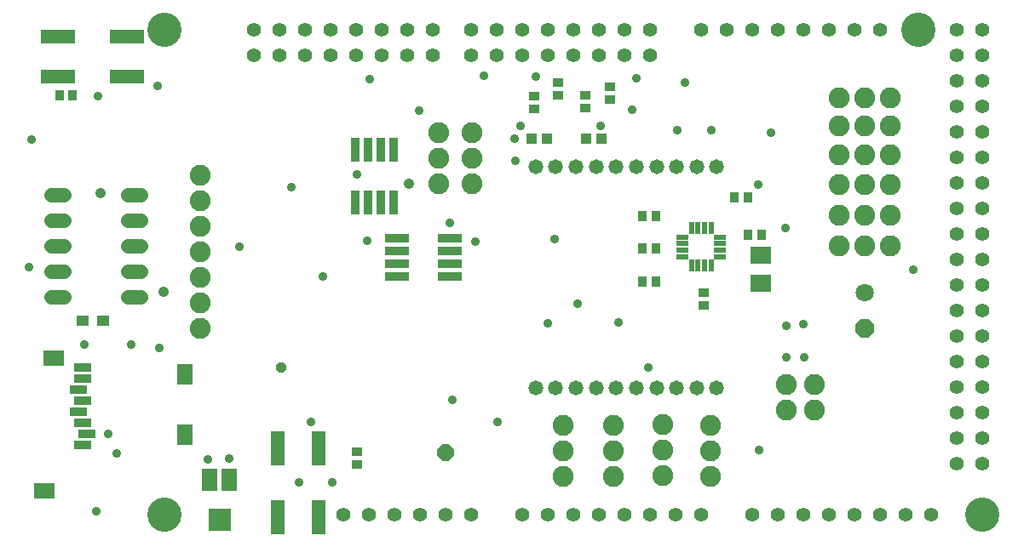
<source format=gts>
G75*
G70*
%OFA0B0*%
%FSLAX24Y24*%
%IPPOS*%
%LPD*%
%AMOC8*
5,1,8,0,0,1.08239X$1,22.5*
%
%ADD10R,0.0950X0.0320*%
%ADD11R,0.0320X0.0950*%
%ADD12C,0.0552*%
%ADD13C,0.1340*%
%ADD14C,0.0580*%
%ADD15R,0.0474X0.0237*%
%ADD16R,0.0237X0.0474*%
%ADD17R,0.0434X0.0356*%
%ADD18R,0.0789X0.0710*%
%ADD19R,0.0356X0.0434*%
%ADD20C,0.0820*%
%ADD21R,0.0828X0.0631*%
%ADD22R,0.0631X0.0789*%
%ADD23R,0.0671X0.0356*%
%ADD24C,0.0560*%
%ADD25R,0.0474X0.0395*%
%ADD26R,0.0867X0.0867*%
%ADD27R,0.0592X0.0867*%
%ADD28R,0.1340X0.0552*%
%ADD29R,0.0395X0.0395*%
%ADD30R,0.0552X0.1340*%
%ADD31OC8,0.0710*%
%ADD32C,0.0710*%
%ADD33C,0.0350*%
%ADD34OC8,0.0640*%
%ADD35OC8,0.0417*%
%ADD36C,0.0417*%
D10*
X015585Y010830D03*
X015585Y011330D03*
X015585Y011830D03*
X015585Y012330D03*
X017645Y012330D03*
X017645Y011830D03*
X017645Y011330D03*
X017645Y010830D03*
D11*
X015465Y013745D03*
X014965Y013745D03*
X014465Y013745D03*
X013965Y013745D03*
X013965Y015805D03*
X014465Y015805D03*
X014965Y015805D03*
X015465Y015805D03*
D12*
X015000Y019500D03*
X014000Y019500D03*
X013000Y019500D03*
X012000Y019500D03*
X011000Y019500D03*
X010000Y019500D03*
X010000Y020500D03*
X011000Y020500D03*
X012000Y020500D03*
X013000Y020500D03*
X014000Y020500D03*
X015000Y020500D03*
X016000Y020500D03*
X017000Y020500D03*
X017000Y019500D03*
X016000Y019500D03*
X018500Y019500D03*
X019500Y019500D03*
X020500Y019500D03*
X021500Y019500D03*
X022500Y019500D03*
X023500Y019500D03*
X024500Y019500D03*
X025500Y019500D03*
X025500Y020500D03*
X024500Y020500D03*
X023500Y020500D03*
X022500Y020500D03*
X021500Y020500D03*
X020500Y020500D03*
X019500Y020500D03*
X018500Y020500D03*
X027500Y020500D03*
X028500Y020500D03*
X029500Y020500D03*
X030500Y020500D03*
X031500Y020500D03*
X032500Y020500D03*
X033500Y020500D03*
X034500Y020500D03*
X037500Y020500D03*
X038500Y020500D03*
X038500Y019500D03*
X037500Y019500D03*
X037500Y018500D03*
X038500Y018500D03*
X038500Y017500D03*
X037500Y017500D03*
X037500Y016500D03*
X038500Y016500D03*
X038500Y015500D03*
X037500Y015500D03*
X037500Y014500D03*
X038500Y014500D03*
X038500Y013500D03*
X037500Y013500D03*
X037500Y012500D03*
X038500Y012500D03*
X038500Y011500D03*
X037500Y011500D03*
X037500Y010500D03*
X038500Y010500D03*
X038500Y009500D03*
X037500Y009500D03*
X037500Y008500D03*
X038500Y008500D03*
X038500Y007500D03*
X037500Y007500D03*
X037500Y006500D03*
X038500Y006500D03*
X038500Y005500D03*
X037500Y005500D03*
X037500Y004500D03*
X038500Y004500D03*
X038500Y003500D03*
X037500Y003500D03*
X036500Y001500D03*
X035500Y001500D03*
X034500Y001500D03*
X033500Y001500D03*
X032500Y001500D03*
X031500Y001500D03*
X030500Y001500D03*
X029500Y001500D03*
X027500Y001500D03*
X026500Y001500D03*
X025500Y001500D03*
X024500Y001500D03*
X023500Y001500D03*
X022500Y001500D03*
X021500Y001500D03*
X020500Y001500D03*
X018500Y001500D03*
X017500Y001500D03*
X016500Y001500D03*
X015500Y001500D03*
X014500Y001500D03*
X013500Y001500D03*
D13*
X006500Y001500D03*
X038500Y001500D03*
X036000Y020500D03*
X006500Y020500D03*
D14*
X021017Y015151D03*
X021804Y015151D03*
X022591Y015151D03*
X023379Y015151D03*
X024166Y015151D03*
X024954Y015151D03*
X025741Y015151D03*
X026529Y015151D03*
X027316Y015151D03*
X028103Y015151D03*
X028103Y006489D03*
X027316Y006489D03*
X026529Y006489D03*
X025741Y006489D03*
X024954Y006489D03*
X024166Y006489D03*
X023379Y006489D03*
X022591Y006489D03*
X021804Y006489D03*
X021017Y006489D03*
D15*
X026772Y011626D03*
X026772Y011882D03*
X026772Y012138D03*
X026772Y012394D03*
X028228Y012394D03*
X028228Y012138D03*
X028228Y011882D03*
X028228Y011626D03*
D16*
X027884Y011282D03*
X027628Y011282D03*
X027372Y011282D03*
X027116Y011282D03*
X027116Y012738D03*
X027372Y012738D03*
X027628Y012738D03*
X027884Y012738D03*
D17*
X027600Y010216D03*
X027600Y009704D03*
X014017Y003991D03*
X014017Y003479D03*
X020966Y017414D03*
X020966Y017926D03*
X021886Y017950D03*
X021886Y018462D03*
X022970Y017949D03*
X022970Y017437D03*
X023935Y017782D03*
X023935Y018294D03*
D18*
X029815Y011671D03*
X029815Y010569D03*
D19*
X029851Y012480D03*
X029339Y012480D03*
X029316Y013940D03*
X028804Y013940D03*
X025706Y013210D03*
X025194Y013210D03*
X025194Y011960D03*
X025706Y011960D03*
X025706Y010660D03*
X025194Y010660D03*
X002891Y017930D03*
X002379Y017930D03*
D20*
X007895Y014805D03*
X007895Y013805D03*
X007895Y012805D03*
X007895Y011805D03*
X007895Y010805D03*
X007895Y009805D03*
X007895Y008805D03*
X017236Y014471D03*
X018510Y014469D03*
X018510Y015469D03*
X017236Y015471D03*
X017236Y016471D03*
X018510Y016469D03*
X032890Y016741D03*
X033890Y016741D03*
X034890Y016741D03*
X034893Y017861D03*
X033893Y017861D03*
X032893Y017861D03*
X032890Y015600D03*
X033890Y015600D03*
X034890Y015600D03*
X034894Y014446D03*
X033894Y014446D03*
X032894Y014446D03*
X032884Y013260D03*
X033884Y013260D03*
X034884Y013260D03*
X034888Y012049D03*
X033888Y012049D03*
X032888Y012049D03*
X031931Y006618D03*
X030814Y006610D03*
X030814Y005610D03*
X031931Y005618D03*
X027869Y005027D03*
X025976Y005031D03*
X025976Y004031D03*
X027869Y004027D03*
X027869Y003027D03*
X025976Y003031D03*
X024050Y003014D03*
X024050Y004014D03*
X024050Y005014D03*
X022094Y005013D03*
X022094Y004013D03*
X022094Y003013D03*
D21*
X002144Y007648D03*
X001790Y002451D03*
D22*
X007302Y004655D03*
X007302Y007018D03*
D23*
X003286Y006860D03*
X003286Y007293D03*
X003129Y006427D03*
X003286Y005994D03*
X003129Y005561D03*
X003286Y005128D03*
X003444Y004695D03*
X003286Y004262D03*
D24*
X002540Y010035D02*
X002060Y010035D01*
X002060Y011035D02*
X002540Y011035D01*
X002540Y012035D02*
X002060Y012035D01*
X002060Y013035D02*
X002540Y013035D01*
X002540Y014035D02*
X002060Y014035D01*
X005060Y014035D02*
X005540Y014035D01*
X005540Y013035D02*
X005060Y013035D01*
X005060Y012035D02*
X005540Y012035D01*
X005540Y011035D02*
X005060Y011035D01*
X005060Y010035D02*
X005540Y010035D01*
D25*
X004084Y009115D03*
X003296Y009115D03*
D26*
X008658Y001321D03*
D27*
X009036Y002880D03*
X008249Y002880D03*
D28*
X005014Y018673D03*
X005014Y020247D03*
X002336Y020247D03*
X002336Y018673D03*
D29*
X020871Y016251D03*
X021461Y016251D03*
X022991Y016257D03*
X023581Y016257D03*
D30*
X012513Y004104D03*
X010938Y004104D03*
X010938Y001426D03*
X012513Y001426D03*
D31*
X033885Y008797D03*
D32*
X033885Y010197D03*
D33*
X003820Y001640D03*
X004625Y003910D03*
X004275Y004677D03*
X008186Y003684D03*
X009023Y003697D03*
X011740Y002793D03*
X013059Y002765D03*
X012230Y005135D03*
X017750Y006010D03*
X019515Y005157D03*
X025415Y007285D03*
X024265Y009060D03*
X022640Y009795D03*
X021495Y009005D03*
X018644Y012201D03*
X017665Y012955D03*
X014425Y012235D03*
X012700Y010850D03*
X009435Y012025D03*
X011445Y014335D03*
X014025Y014845D03*
X016470Y017350D03*
X014525Y018595D03*
X018991Y018703D03*
X021039Y018692D03*
X020429Y016739D03*
X020205Y016231D03*
X020209Y015395D03*
X023560Y016750D03*
X024775Y017384D03*
X026540Y016590D03*
X027900Y016565D03*
X030225Y016467D03*
X029710Y014435D03*
X030805Y012750D03*
X035805Y011127D03*
X031495Y008975D03*
X030820Y008925D03*
X030820Y007695D03*
X031510Y007695D03*
X029745Y004047D03*
X021760Y012305D03*
X026856Y018449D03*
X024952Y018621D03*
X006220Y018310D03*
X003900Y017910D03*
X001305Y016197D03*
X001185Y011217D03*
X003370Y008180D03*
X005185Y008190D03*
X006280Y008055D03*
D34*
X017480Y003930D03*
D35*
X011055Y007290D03*
D36*
X006440Y010250D03*
X004005Y014110D03*
X016040Y014490D03*
M02*

</source>
